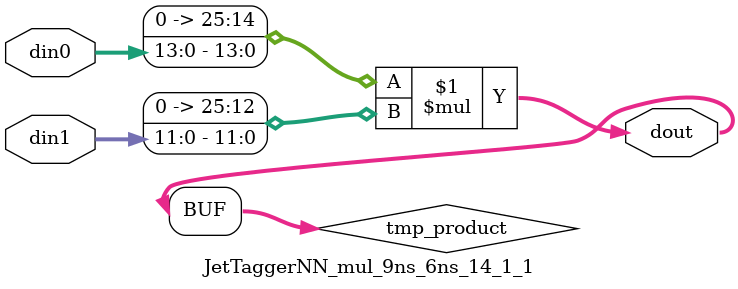
<source format=v>

`timescale 1 ns / 1 ps

  module JetTaggerNN_mul_9ns_6ns_14_1_1(din0, din1, dout);
parameter ID = 1;
parameter NUM_STAGE = 0;
parameter din0_WIDTH = 14;
parameter din1_WIDTH = 12;
parameter dout_WIDTH = 26;

input [din0_WIDTH - 1 : 0] din0; 
input [din1_WIDTH - 1 : 0] din1; 
output [dout_WIDTH - 1 : 0] dout;

wire signed [dout_WIDTH - 1 : 0] tmp_product;










assign tmp_product = $signed({1'b0, din0}) * $signed({1'b0, din1});











assign dout = tmp_product;







endmodule

</source>
